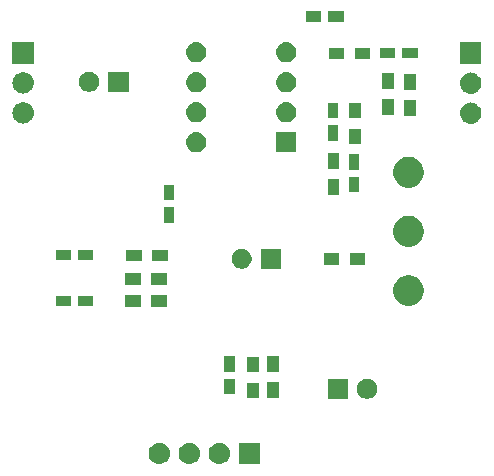
<source format=gbr>
G04 #@! TF.GenerationSoftware,KiCad,Pcbnew,(5.0.1-3-g963ef8bb5)*
G04 #@! TF.CreationDate,2018-12-13T09:38:25+09:00*
G04 #@! TF.ProjectId,guitarif,67756974617269662E6B696361645F70,rev?*
G04 #@! TF.SameCoordinates,Original*
G04 #@! TF.FileFunction,Soldermask,Top*
G04 #@! TF.FilePolarity,Negative*
%FSLAX46Y46*%
G04 Gerber Fmt 4.6, Leading zero omitted, Abs format (unit mm)*
G04 Created by KiCad (PCBNEW (5.0.1-3-g963ef8bb5)) date 2018 December 13, Thursday 09:38:25*
%MOMM*%
%LPD*%
G01*
G04 APERTURE LIST*
%ADD10C,0.100000*%
G04 APERTURE END LIST*
D10*
G36*
X187401000Y-95291000D02*
X185599000Y-95291000D01*
X185599000Y-93489000D01*
X187401000Y-93489000D01*
X187401000Y-95291000D01*
X187401000Y-95291000D01*
G37*
G36*
X184070443Y-93495519D02*
X184136627Y-93502037D01*
X184249853Y-93536384D01*
X184306467Y-93553557D01*
X184445087Y-93627652D01*
X184462991Y-93637222D01*
X184498729Y-93666552D01*
X184600186Y-93749814D01*
X184683448Y-93851271D01*
X184712778Y-93887009D01*
X184712779Y-93887011D01*
X184796443Y-94043533D01*
X184796443Y-94043534D01*
X184847963Y-94213373D01*
X184865359Y-94390000D01*
X184847963Y-94566627D01*
X184813616Y-94679853D01*
X184796443Y-94736467D01*
X184722348Y-94875087D01*
X184712778Y-94892991D01*
X184683448Y-94928729D01*
X184600186Y-95030186D01*
X184498729Y-95113448D01*
X184462991Y-95142778D01*
X184462989Y-95142779D01*
X184306467Y-95226443D01*
X184249853Y-95243616D01*
X184136627Y-95277963D01*
X184070442Y-95284482D01*
X184004260Y-95291000D01*
X183915740Y-95291000D01*
X183849558Y-95284482D01*
X183783373Y-95277963D01*
X183670147Y-95243616D01*
X183613533Y-95226443D01*
X183457011Y-95142779D01*
X183457009Y-95142778D01*
X183421271Y-95113448D01*
X183319814Y-95030186D01*
X183236552Y-94928729D01*
X183207222Y-94892991D01*
X183197652Y-94875087D01*
X183123557Y-94736467D01*
X183106384Y-94679853D01*
X183072037Y-94566627D01*
X183054641Y-94390000D01*
X183072037Y-94213373D01*
X183123557Y-94043534D01*
X183123557Y-94043533D01*
X183207221Y-93887011D01*
X183207222Y-93887009D01*
X183236552Y-93851271D01*
X183319814Y-93749814D01*
X183421271Y-93666552D01*
X183457009Y-93637222D01*
X183474913Y-93627652D01*
X183613533Y-93553557D01*
X183670147Y-93536384D01*
X183783373Y-93502037D01*
X183849557Y-93495519D01*
X183915740Y-93489000D01*
X184004260Y-93489000D01*
X184070443Y-93495519D01*
X184070443Y-93495519D01*
G37*
G36*
X181530443Y-93495519D02*
X181596627Y-93502037D01*
X181709853Y-93536384D01*
X181766467Y-93553557D01*
X181905087Y-93627652D01*
X181922991Y-93637222D01*
X181958729Y-93666552D01*
X182060186Y-93749814D01*
X182143448Y-93851271D01*
X182172778Y-93887009D01*
X182172779Y-93887011D01*
X182256443Y-94043533D01*
X182256443Y-94043534D01*
X182307963Y-94213373D01*
X182325359Y-94390000D01*
X182307963Y-94566627D01*
X182273616Y-94679853D01*
X182256443Y-94736467D01*
X182182348Y-94875087D01*
X182172778Y-94892991D01*
X182143448Y-94928729D01*
X182060186Y-95030186D01*
X181958729Y-95113448D01*
X181922991Y-95142778D01*
X181922989Y-95142779D01*
X181766467Y-95226443D01*
X181709853Y-95243616D01*
X181596627Y-95277963D01*
X181530442Y-95284482D01*
X181464260Y-95291000D01*
X181375740Y-95291000D01*
X181309558Y-95284482D01*
X181243373Y-95277963D01*
X181130147Y-95243616D01*
X181073533Y-95226443D01*
X180917011Y-95142779D01*
X180917009Y-95142778D01*
X180881271Y-95113448D01*
X180779814Y-95030186D01*
X180696552Y-94928729D01*
X180667222Y-94892991D01*
X180657652Y-94875087D01*
X180583557Y-94736467D01*
X180566384Y-94679853D01*
X180532037Y-94566627D01*
X180514641Y-94390000D01*
X180532037Y-94213373D01*
X180583557Y-94043534D01*
X180583557Y-94043533D01*
X180667221Y-93887011D01*
X180667222Y-93887009D01*
X180696552Y-93851271D01*
X180779814Y-93749814D01*
X180881271Y-93666552D01*
X180917009Y-93637222D01*
X180934913Y-93627652D01*
X181073533Y-93553557D01*
X181130147Y-93536384D01*
X181243373Y-93502037D01*
X181309557Y-93495519D01*
X181375740Y-93489000D01*
X181464260Y-93489000D01*
X181530443Y-93495519D01*
X181530443Y-93495519D01*
G37*
G36*
X178990443Y-93495519D02*
X179056627Y-93502037D01*
X179169853Y-93536384D01*
X179226467Y-93553557D01*
X179365087Y-93627652D01*
X179382991Y-93637222D01*
X179418729Y-93666552D01*
X179520186Y-93749814D01*
X179603448Y-93851271D01*
X179632778Y-93887009D01*
X179632779Y-93887011D01*
X179716443Y-94043533D01*
X179716443Y-94043534D01*
X179767963Y-94213373D01*
X179785359Y-94390000D01*
X179767963Y-94566627D01*
X179733616Y-94679853D01*
X179716443Y-94736467D01*
X179642348Y-94875087D01*
X179632778Y-94892991D01*
X179603448Y-94928729D01*
X179520186Y-95030186D01*
X179418729Y-95113448D01*
X179382991Y-95142778D01*
X179382989Y-95142779D01*
X179226467Y-95226443D01*
X179169853Y-95243616D01*
X179056627Y-95277963D01*
X178990442Y-95284482D01*
X178924260Y-95291000D01*
X178835740Y-95291000D01*
X178769558Y-95284482D01*
X178703373Y-95277963D01*
X178590147Y-95243616D01*
X178533533Y-95226443D01*
X178377011Y-95142779D01*
X178377009Y-95142778D01*
X178341271Y-95113448D01*
X178239814Y-95030186D01*
X178156552Y-94928729D01*
X178127222Y-94892991D01*
X178117652Y-94875087D01*
X178043557Y-94736467D01*
X178026384Y-94679853D01*
X177992037Y-94566627D01*
X177974641Y-94390000D01*
X177992037Y-94213373D01*
X178043557Y-94043534D01*
X178043557Y-94043533D01*
X178127221Y-93887011D01*
X178127222Y-93887009D01*
X178156552Y-93851271D01*
X178239814Y-93749814D01*
X178341271Y-93666552D01*
X178377009Y-93637222D01*
X178394913Y-93627652D01*
X178533533Y-93553557D01*
X178590147Y-93536384D01*
X178703373Y-93502037D01*
X178769557Y-93495519D01*
X178835740Y-93489000D01*
X178924260Y-93489000D01*
X178990443Y-93495519D01*
X178990443Y-93495519D01*
G37*
G36*
X196718228Y-88101703D02*
X196873100Y-88165853D01*
X197012481Y-88258985D01*
X197131015Y-88377519D01*
X197224147Y-88516900D01*
X197288297Y-88671772D01*
X197321000Y-88836184D01*
X197321000Y-89003816D01*
X197288297Y-89168228D01*
X197224147Y-89323100D01*
X197131015Y-89462481D01*
X197012481Y-89581015D01*
X196873100Y-89674147D01*
X196718228Y-89738297D01*
X196553816Y-89771000D01*
X196386184Y-89771000D01*
X196221772Y-89738297D01*
X196066900Y-89674147D01*
X195927519Y-89581015D01*
X195808985Y-89462481D01*
X195715853Y-89323100D01*
X195651703Y-89168228D01*
X195619000Y-89003816D01*
X195619000Y-88836184D01*
X195651703Y-88671772D01*
X195715853Y-88516900D01*
X195808985Y-88377519D01*
X195927519Y-88258985D01*
X196066900Y-88165853D01*
X196221772Y-88101703D01*
X196386184Y-88069000D01*
X196553816Y-88069000D01*
X196718228Y-88101703D01*
X196718228Y-88101703D01*
G37*
G36*
X194821000Y-89771000D02*
X193119000Y-89771000D01*
X193119000Y-88069000D01*
X194821000Y-88069000D01*
X194821000Y-89771000D01*
X194821000Y-89771000D01*
G37*
G36*
X187301000Y-89721000D02*
X186299000Y-89721000D01*
X186299000Y-88419000D01*
X187301000Y-88419000D01*
X187301000Y-89721000D01*
X187301000Y-89721000D01*
G37*
G36*
X188981000Y-89671000D02*
X187979000Y-89671000D01*
X187979000Y-88369000D01*
X188981000Y-88369000D01*
X188981000Y-89671000D01*
X188981000Y-89671000D01*
G37*
G36*
X185246000Y-89361000D02*
X184394000Y-89361000D01*
X184394000Y-88059000D01*
X185246000Y-88059000D01*
X185246000Y-89361000D01*
X185246000Y-89361000D01*
G37*
G36*
X187301000Y-87521000D02*
X186299000Y-87521000D01*
X186299000Y-86219000D01*
X187301000Y-86219000D01*
X187301000Y-87521000D01*
X187301000Y-87521000D01*
G37*
G36*
X188981000Y-87471000D02*
X187979000Y-87471000D01*
X187979000Y-86169000D01*
X188981000Y-86169000D01*
X188981000Y-87471000D01*
X188981000Y-87471000D01*
G37*
G36*
X185246000Y-87461000D02*
X184394000Y-87461000D01*
X184394000Y-86159000D01*
X185246000Y-86159000D01*
X185246000Y-87461000D01*
X185246000Y-87461000D01*
G37*
G36*
X179511000Y-81971000D02*
X178209000Y-81971000D01*
X178209000Y-80969000D01*
X179511000Y-80969000D01*
X179511000Y-81971000D01*
X179511000Y-81971000D01*
G37*
G36*
X177311000Y-81971000D02*
X176009000Y-81971000D01*
X176009000Y-80969000D01*
X177311000Y-80969000D01*
X177311000Y-81971000D01*
X177311000Y-81971000D01*
G37*
G36*
X200359485Y-79328996D02*
X200359487Y-79328997D01*
X200359488Y-79328997D01*
X200596255Y-79427069D01*
X200809342Y-79569449D01*
X200990551Y-79750658D01*
X201132931Y-79963745D01*
X201231004Y-80200515D01*
X201281000Y-80451861D01*
X201281000Y-80708139D01*
X201231004Y-80959485D01*
X201132931Y-81196255D01*
X200990551Y-81409342D01*
X200809342Y-81590551D01*
X200809339Y-81590553D01*
X200596255Y-81732931D01*
X200359488Y-81831003D01*
X200359487Y-81831003D01*
X200359485Y-81831004D01*
X200108139Y-81881000D01*
X199851861Y-81881000D01*
X199600515Y-81831004D01*
X199600513Y-81831003D01*
X199600512Y-81831003D01*
X199363745Y-81732931D01*
X199150661Y-81590553D01*
X199150658Y-81590551D01*
X198969449Y-81409342D01*
X198827069Y-81196255D01*
X198728996Y-80959485D01*
X198679000Y-80708139D01*
X198679000Y-80451861D01*
X198728996Y-80200515D01*
X198827069Y-79963745D01*
X198969449Y-79750658D01*
X199150658Y-79569449D01*
X199363745Y-79427069D01*
X199600512Y-79328997D01*
X199600513Y-79328997D01*
X199600515Y-79328996D01*
X199851861Y-79279000D01*
X200108139Y-79279000D01*
X200359485Y-79328996D01*
X200359485Y-79328996D01*
G37*
G36*
X173301000Y-81876000D02*
X171999000Y-81876000D01*
X171999000Y-81024000D01*
X173301000Y-81024000D01*
X173301000Y-81876000D01*
X173301000Y-81876000D01*
G37*
G36*
X171401000Y-81876000D02*
X170099000Y-81876000D01*
X170099000Y-81024000D01*
X171401000Y-81024000D01*
X171401000Y-81876000D01*
X171401000Y-81876000D01*
G37*
G36*
X179511000Y-80091000D02*
X178209000Y-80091000D01*
X178209000Y-79089000D01*
X179511000Y-79089000D01*
X179511000Y-80091000D01*
X179511000Y-80091000D01*
G37*
G36*
X177311000Y-80091000D02*
X176009000Y-80091000D01*
X176009000Y-79089000D01*
X177311000Y-79089000D01*
X177311000Y-80091000D01*
X177311000Y-80091000D01*
G37*
G36*
X186088228Y-77081703D02*
X186243100Y-77145853D01*
X186382481Y-77238985D01*
X186501015Y-77357519D01*
X186594147Y-77496900D01*
X186658297Y-77651772D01*
X186691000Y-77816184D01*
X186691000Y-77983816D01*
X186658297Y-78148228D01*
X186594147Y-78303100D01*
X186501015Y-78442481D01*
X186382481Y-78561015D01*
X186243100Y-78654147D01*
X186088228Y-78718297D01*
X185923816Y-78751000D01*
X185756184Y-78751000D01*
X185591772Y-78718297D01*
X185436900Y-78654147D01*
X185297519Y-78561015D01*
X185178985Y-78442481D01*
X185085853Y-78303100D01*
X185021703Y-78148228D01*
X184989000Y-77983816D01*
X184989000Y-77816184D01*
X185021703Y-77651772D01*
X185085853Y-77496900D01*
X185178985Y-77357519D01*
X185297519Y-77238985D01*
X185436900Y-77145853D01*
X185591772Y-77081703D01*
X185756184Y-77049000D01*
X185923816Y-77049000D01*
X186088228Y-77081703D01*
X186088228Y-77081703D01*
G37*
G36*
X189191000Y-78751000D02*
X187489000Y-78751000D01*
X187489000Y-77049000D01*
X189191000Y-77049000D01*
X189191000Y-78751000D01*
X189191000Y-78751000D01*
G37*
G36*
X194131000Y-78431000D02*
X192829000Y-78431000D01*
X192829000Y-77429000D01*
X194131000Y-77429000D01*
X194131000Y-78431000D01*
X194131000Y-78431000D01*
G37*
G36*
X196331000Y-78431000D02*
X195029000Y-78431000D01*
X195029000Y-77429000D01*
X196331000Y-77429000D01*
X196331000Y-78431000D01*
X196331000Y-78431000D01*
G37*
G36*
X177371000Y-78141000D02*
X176069000Y-78141000D01*
X176069000Y-77139000D01*
X177371000Y-77139000D01*
X177371000Y-78141000D01*
X177371000Y-78141000D01*
G37*
G36*
X179571000Y-78141000D02*
X178269000Y-78141000D01*
X178269000Y-77139000D01*
X179571000Y-77139000D01*
X179571000Y-78141000D01*
X179571000Y-78141000D01*
G37*
G36*
X171401000Y-78056000D02*
X170099000Y-78056000D01*
X170099000Y-77204000D01*
X171401000Y-77204000D01*
X171401000Y-78056000D01*
X171401000Y-78056000D01*
G37*
G36*
X173301000Y-78056000D02*
X171999000Y-78056000D01*
X171999000Y-77204000D01*
X173301000Y-77204000D01*
X173301000Y-78056000D01*
X173301000Y-78056000D01*
G37*
G36*
X200359485Y-74328996D02*
X200359487Y-74328997D01*
X200359488Y-74328997D01*
X200596255Y-74427069D01*
X200809342Y-74569449D01*
X200990551Y-74750658D01*
X201132931Y-74963745D01*
X201231004Y-75200515D01*
X201281000Y-75451861D01*
X201281000Y-75708139D01*
X201231004Y-75959485D01*
X201132931Y-76196255D01*
X200990551Y-76409342D01*
X200809342Y-76590551D01*
X200809339Y-76590553D01*
X200596255Y-76732931D01*
X200359488Y-76831003D01*
X200359487Y-76831003D01*
X200359485Y-76831004D01*
X200108139Y-76881000D01*
X199851861Y-76881000D01*
X199600515Y-76831004D01*
X199600513Y-76831003D01*
X199600512Y-76831003D01*
X199363745Y-76732931D01*
X199150661Y-76590553D01*
X199150658Y-76590551D01*
X198969449Y-76409342D01*
X198827069Y-76196255D01*
X198728996Y-75959485D01*
X198679000Y-75708139D01*
X198679000Y-75451861D01*
X198728996Y-75200515D01*
X198827069Y-74963745D01*
X198969449Y-74750658D01*
X199150658Y-74569449D01*
X199363745Y-74427069D01*
X199600512Y-74328997D01*
X199600513Y-74328997D01*
X199600515Y-74328996D01*
X199851861Y-74279000D01*
X200108139Y-74279000D01*
X200359485Y-74328996D01*
X200359485Y-74328996D01*
G37*
G36*
X180116000Y-74871000D02*
X179264000Y-74871000D01*
X179264000Y-73569000D01*
X180116000Y-73569000D01*
X180116000Y-74871000D01*
X180116000Y-74871000D01*
G37*
G36*
X180116000Y-72971000D02*
X179264000Y-72971000D01*
X179264000Y-71669000D01*
X180116000Y-71669000D01*
X180116000Y-72971000D01*
X180116000Y-72971000D01*
G37*
G36*
X194121000Y-72471000D02*
X193119000Y-72471000D01*
X193119000Y-71169000D01*
X194121000Y-71169000D01*
X194121000Y-72471000D01*
X194121000Y-72471000D01*
G37*
G36*
X195816000Y-72271000D02*
X194964000Y-72271000D01*
X194964000Y-70969000D01*
X195816000Y-70969000D01*
X195816000Y-72271000D01*
X195816000Y-72271000D01*
G37*
G36*
X200359485Y-69328996D02*
X200359487Y-69328997D01*
X200359488Y-69328997D01*
X200596255Y-69427069D01*
X200809342Y-69569449D01*
X200990551Y-69750658D01*
X201132931Y-69963745D01*
X201231004Y-70200515D01*
X201281000Y-70451861D01*
X201281000Y-70708139D01*
X201231004Y-70959485D01*
X201132931Y-71196255D01*
X200990551Y-71409342D01*
X200809342Y-71590551D01*
X200809339Y-71590553D01*
X200596255Y-71732931D01*
X200359488Y-71831003D01*
X200359487Y-71831003D01*
X200359485Y-71831004D01*
X200108139Y-71881000D01*
X199851861Y-71881000D01*
X199600515Y-71831004D01*
X199600513Y-71831003D01*
X199600512Y-71831003D01*
X199363745Y-71732931D01*
X199150661Y-71590553D01*
X199150658Y-71590551D01*
X198969449Y-71409342D01*
X198827069Y-71196255D01*
X198728996Y-70959485D01*
X198679000Y-70708139D01*
X198679000Y-70451861D01*
X198728996Y-70200515D01*
X198827069Y-69963745D01*
X198969449Y-69750658D01*
X199150658Y-69569449D01*
X199363745Y-69427069D01*
X199600512Y-69328997D01*
X199600513Y-69328997D01*
X199600515Y-69328996D01*
X199851861Y-69279000D01*
X200108139Y-69279000D01*
X200359485Y-69328996D01*
X200359485Y-69328996D01*
G37*
G36*
X195816000Y-70371000D02*
X194964000Y-70371000D01*
X194964000Y-69069000D01*
X195816000Y-69069000D01*
X195816000Y-70371000D01*
X195816000Y-70371000D01*
G37*
G36*
X194121000Y-70271000D02*
X193119000Y-70271000D01*
X193119000Y-68969000D01*
X194121000Y-68969000D01*
X194121000Y-70271000D01*
X194121000Y-70271000D01*
G37*
G36*
X190481000Y-68891000D02*
X188779000Y-68891000D01*
X188779000Y-67189000D01*
X190481000Y-67189000D01*
X190481000Y-68891000D01*
X190481000Y-68891000D01*
G37*
G36*
X182176821Y-67201313D02*
X182176824Y-67201314D01*
X182176825Y-67201314D01*
X182337239Y-67249975D01*
X182337241Y-67249976D01*
X182337244Y-67249977D01*
X182485078Y-67328995D01*
X182614659Y-67435341D01*
X182721005Y-67564922D01*
X182800023Y-67712756D01*
X182848687Y-67873179D01*
X182865117Y-68040000D01*
X182848687Y-68206821D01*
X182800023Y-68367244D01*
X182721005Y-68515078D01*
X182614659Y-68644659D01*
X182485078Y-68751005D01*
X182337244Y-68830023D01*
X182337241Y-68830024D01*
X182337239Y-68830025D01*
X182176825Y-68878686D01*
X182176824Y-68878686D01*
X182176821Y-68878687D01*
X182051804Y-68891000D01*
X181968196Y-68891000D01*
X181843179Y-68878687D01*
X181843176Y-68878686D01*
X181843175Y-68878686D01*
X181682761Y-68830025D01*
X181682759Y-68830024D01*
X181682756Y-68830023D01*
X181534922Y-68751005D01*
X181405341Y-68644659D01*
X181298995Y-68515078D01*
X181219977Y-68367244D01*
X181171313Y-68206821D01*
X181154883Y-68040000D01*
X181171313Y-67873179D01*
X181219977Y-67712756D01*
X181298995Y-67564922D01*
X181405341Y-67435341D01*
X181534922Y-67328995D01*
X181682756Y-67249977D01*
X181682759Y-67249976D01*
X181682761Y-67249975D01*
X181843175Y-67201314D01*
X181843176Y-67201314D01*
X181843179Y-67201313D01*
X181968196Y-67189000D01*
X182051804Y-67189000D01*
X182176821Y-67201313D01*
X182176821Y-67201313D01*
G37*
G36*
X195941000Y-68201000D02*
X194939000Y-68201000D01*
X194939000Y-66899000D01*
X195941000Y-66899000D01*
X195941000Y-68201000D01*
X195941000Y-68201000D01*
G37*
G36*
X194046000Y-67901000D02*
X193194000Y-67901000D01*
X193194000Y-66599000D01*
X194046000Y-66599000D01*
X194046000Y-67901000D01*
X194046000Y-67901000D01*
G37*
G36*
X205360443Y-64685519D02*
X205426627Y-64692037D01*
X205530535Y-64723557D01*
X205596467Y-64743557D01*
X205681474Y-64788995D01*
X205752991Y-64827222D01*
X205788729Y-64856552D01*
X205890186Y-64939814D01*
X205960031Y-65024922D01*
X206002778Y-65077009D01*
X206002779Y-65077011D01*
X206086443Y-65233533D01*
X206086443Y-65233534D01*
X206137963Y-65403373D01*
X206155359Y-65580000D01*
X206137963Y-65756627D01*
X206103616Y-65869853D01*
X206086443Y-65926467D01*
X206013469Y-66062989D01*
X206002778Y-66082991D01*
X205984995Y-66104659D01*
X205890186Y-66220186D01*
X205788729Y-66303448D01*
X205752991Y-66332778D01*
X205752989Y-66332779D01*
X205596467Y-66416443D01*
X205539853Y-66433616D01*
X205426627Y-66467963D01*
X205360443Y-66474481D01*
X205294260Y-66481000D01*
X205205740Y-66481000D01*
X205139557Y-66474481D01*
X205073373Y-66467963D01*
X204960147Y-66433616D01*
X204903533Y-66416443D01*
X204747011Y-66332779D01*
X204747009Y-66332778D01*
X204711271Y-66303448D01*
X204609814Y-66220186D01*
X204515005Y-66104659D01*
X204497222Y-66082991D01*
X204486531Y-66062989D01*
X204413557Y-65926467D01*
X204396384Y-65869853D01*
X204362037Y-65756627D01*
X204344641Y-65580000D01*
X204362037Y-65403373D01*
X204413557Y-65233534D01*
X204413557Y-65233533D01*
X204497221Y-65077011D01*
X204497222Y-65077009D01*
X204539969Y-65024922D01*
X204609814Y-64939814D01*
X204711271Y-64856552D01*
X204747009Y-64827222D01*
X204818526Y-64788995D01*
X204903533Y-64743557D01*
X204969465Y-64723557D01*
X205073373Y-64692037D01*
X205139557Y-64685519D01*
X205205740Y-64679000D01*
X205294260Y-64679000D01*
X205360443Y-64685519D01*
X205360443Y-64685519D01*
G37*
G36*
X167450443Y-64665519D02*
X167516627Y-64672037D01*
X167605512Y-64699000D01*
X167686467Y-64723557D01*
X167808891Y-64788995D01*
X167842991Y-64807222D01*
X167867361Y-64827222D01*
X167980186Y-64919814D01*
X168063448Y-65021271D01*
X168092778Y-65057009D01*
X168092779Y-65057011D01*
X168176443Y-65213533D01*
X168176443Y-65213534D01*
X168227963Y-65383373D01*
X168245359Y-65560000D01*
X168227963Y-65736627D01*
X168200476Y-65827239D01*
X168176443Y-65906467D01*
X168139769Y-65975078D01*
X168092778Y-66062991D01*
X168076366Y-66082989D01*
X167980186Y-66200186D01*
X167878729Y-66283448D01*
X167842991Y-66312778D01*
X167842989Y-66312779D01*
X167686467Y-66396443D01*
X167629853Y-66413616D01*
X167516627Y-66447963D01*
X167450443Y-66454481D01*
X167384260Y-66461000D01*
X167295740Y-66461000D01*
X167229557Y-66454481D01*
X167163373Y-66447963D01*
X167050147Y-66413616D01*
X166993533Y-66396443D01*
X166837011Y-66312779D01*
X166837009Y-66312778D01*
X166801271Y-66283448D01*
X166699814Y-66200186D01*
X166603634Y-66082989D01*
X166587222Y-66062991D01*
X166540231Y-65975078D01*
X166503557Y-65906467D01*
X166479524Y-65827239D01*
X166452037Y-65736627D01*
X166434641Y-65560000D01*
X166452037Y-65383373D01*
X166503557Y-65213534D01*
X166503557Y-65213533D01*
X166587221Y-65057011D01*
X166587222Y-65057009D01*
X166616552Y-65021271D01*
X166699814Y-64919814D01*
X166812639Y-64827222D01*
X166837009Y-64807222D01*
X166871109Y-64788995D01*
X166993533Y-64723557D01*
X167074488Y-64699000D01*
X167163373Y-64672037D01*
X167229557Y-64665519D01*
X167295740Y-64659000D01*
X167384260Y-64659000D01*
X167450443Y-64665519D01*
X167450443Y-64665519D01*
G37*
G36*
X189796821Y-64661313D02*
X189796824Y-64661314D01*
X189796825Y-64661314D01*
X189957239Y-64709975D01*
X189957241Y-64709976D01*
X189957244Y-64709977D01*
X190105078Y-64788995D01*
X190234659Y-64895341D01*
X190341005Y-65024922D01*
X190420023Y-65172756D01*
X190468687Y-65333179D01*
X190485117Y-65500000D01*
X190468687Y-65666821D01*
X190468686Y-65666824D01*
X190468686Y-65666825D01*
X190447512Y-65736627D01*
X190420023Y-65827244D01*
X190341005Y-65975078D01*
X190234659Y-66104659D01*
X190105078Y-66211005D01*
X189957244Y-66290023D01*
X189957241Y-66290024D01*
X189957239Y-66290025D01*
X189796825Y-66338686D01*
X189796824Y-66338686D01*
X189796821Y-66338687D01*
X189671804Y-66351000D01*
X189588196Y-66351000D01*
X189463179Y-66338687D01*
X189463176Y-66338686D01*
X189463175Y-66338686D01*
X189302761Y-66290025D01*
X189302759Y-66290024D01*
X189302756Y-66290023D01*
X189154922Y-66211005D01*
X189025341Y-66104659D01*
X188918995Y-65975078D01*
X188839977Y-65827244D01*
X188812489Y-65736627D01*
X188791314Y-65666825D01*
X188791314Y-65666824D01*
X188791313Y-65666821D01*
X188774883Y-65500000D01*
X188791313Y-65333179D01*
X188839977Y-65172756D01*
X188918995Y-65024922D01*
X189025341Y-64895341D01*
X189154922Y-64788995D01*
X189302756Y-64709977D01*
X189302759Y-64709976D01*
X189302761Y-64709975D01*
X189463175Y-64661314D01*
X189463176Y-64661314D01*
X189463179Y-64661313D01*
X189588196Y-64649000D01*
X189671804Y-64649000D01*
X189796821Y-64661313D01*
X189796821Y-64661313D01*
G37*
G36*
X182176821Y-64661313D02*
X182176824Y-64661314D01*
X182176825Y-64661314D01*
X182337239Y-64709975D01*
X182337241Y-64709976D01*
X182337244Y-64709977D01*
X182485078Y-64788995D01*
X182614659Y-64895341D01*
X182721005Y-65024922D01*
X182800023Y-65172756D01*
X182848687Y-65333179D01*
X182865117Y-65500000D01*
X182848687Y-65666821D01*
X182848686Y-65666824D01*
X182848686Y-65666825D01*
X182827512Y-65736627D01*
X182800023Y-65827244D01*
X182721005Y-65975078D01*
X182614659Y-66104659D01*
X182485078Y-66211005D01*
X182337244Y-66290023D01*
X182337241Y-66290024D01*
X182337239Y-66290025D01*
X182176825Y-66338686D01*
X182176824Y-66338686D01*
X182176821Y-66338687D01*
X182051804Y-66351000D01*
X181968196Y-66351000D01*
X181843179Y-66338687D01*
X181843176Y-66338686D01*
X181843175Y-66338686D01*
X181682761Y-66290025D01*
X181682759Y-66290024D01*
X181682756Y-66290023D01*
X181534922Y-66211005D01*
X181405341Y-66104659D01*
X181298995Y-65975078D01*
X181219977Y-65827244D01*
X181192489Y-65736627D01*
X181171314Y-65666825D01*
X181171314Y-65666824D01*
X181171313Y-65666821D01*
X181154883Y-65500000D01*
X181171313Y-65333179D01*
X181219977Y-65172756D01*
X181298995Y-65024922D01*
X181405341Y-64895341D01*
X181534922Y-64788995D01*
X181682756Y-64709977D01*
X181682759Y-64709976D01*
X181682761Y-64709975D01*
X181843175Y-64661314D01*
X181843176Y-64661314D01*
X181843179Y-64661313D01*
X181968196Y-64649000D01*
X182051804Y-64649000D01*
X182176821Y-64661313D01*
X182176821Y-64661313D01*
G37*
G36*
X194046000Y-66001000D02*
X193194000Y-66001000D01*
X193194000Y-64699000D01*
X194046000Y-64699000D01*
X194046000Y-66001000D01*
X194046000Y-66001000D01*
G37*
G36*
X195941000Y-66001000D02*
X194939000Y-66001000D01*
X194939000Y-64699000D01*
X195941000Y-64699000D01*
X195941000Y-66001000D01*
X195941000Y-66001000D01*
G37*
G36*
X200601000Y-65781000D02*
X199599000Y-65781000D01*
X199599000Y-64479000D01*
X200601000Y-64479000D01*
X200601000Y-65781000D01*
X200601000Y-65781000D01*
G37*
G36*
X198751000Y-65711000D02*
X197749000Y-65711000D01*
X197749000Y-64409000D01*
X198751000Y-64409000D01*
X198751000Y-65711000D01*
X198751000Y-65711000D01*
G37*
G36*
X205360442Y-62145518D02*
X205426627Y-62152037D01*
X205530535Y-62183557D01*
X205596467Y-62203557D01*
X205681474Y-62248995D01*
X205752991Y-62287222D01*
X205788729Y-62316552D01*
X205890186Y-62399814D01*
X205960031Y-62484922D01*
X206002778Y-62537009D01*
X206002779Y-62537011D01*
X206086443Y-62693533D01*
X206086443Y-62693534D01*
X206137963Y-62863373D01*
X206155359Y-63040000D01*
X206137963Y-63216627D01*
X206105665Y-63323100D01*
X206086443Y-63386467D01*
X206060459Y-63435078D01*
X206002778Y-63542991D01*
X205984995Y-63564659D01*
X205890186Y-63680186D01*
X205788729Y-63763448D01*
X205752991Y-63792778D01*
X205752989Y-63792779D01*
X205596467Y-63876443D01*
X205539853Y-63893616D01*
X205426627Y-63927963D01*
X205360442Y-63934482D01*
X205294260Y-63941000D01*
X205205740Y-63941000D01*
X205139558Y-63934482D01*
X205073373Y-63927963D01*
X204960147Y-63893616D01*
X204903533Y-63876443D01*
X204747011Y-63792779D01*
X204747009Y-63792778D01*
X204711271Y-63763448D01*
X204609814Y-63680186D01*
X204515005Y-63564659D01*
X204497222Y-63542991D01*
X204439541Y-63435078D01*
X204413557Y-63386467D01*
X204394335Y-63323100D01*
X204362037Y-63216627D01*
X204344641Y-63040000D01*
X204362037Y-62863373D01*
X204413557Y-62693534D01*
X204413557Y-62693533D01*
X204497221Y-62537011D01*
X204497222Y-62537009D01*
X204539969Y-62484922D01*
X204609814Y-62399814D01*
X204711271Y-62316552D01*
X204747009Y-62287222D01*
X204818526Y-62248995D01*
X204903533Y-62203557D01*
X204969465Y-62183557D01*
X205073373Y-62152037D01*
X205139558Y-62145518D01*
X205205740Y-62139000D01*
X205294260Y-62139000D01*
X205360442Y-62145518D01*
X205360442Y-62145518D01*
G37*
G36*
X167450443Y-62125519D02*
X167516627Y-62132037D01*
X167628104Y-62165853D01*
X167686467Y-62183557D01*
X167808891Y-62248995D01*
X167842991Y-62267222D01*
X167867361Y-62287222D01*
X167980186Y-62379814D01*
X168063448Y-62481271D01*
X168092778Y-62517009D01*
X168092779Y-62517011D01*
X168176443Y-62673533D01*
X168176443Y-62673534D01*
X168227963Y-62843373D01*
X168245359Y-63020000D01*
X168227963Y-63196627D01*
X168221896Y-63216627D01*
X168176443Y-63366467D01*
X168139769Y-63435078D01*
X168092778Y-63522991D01*
X168076366Y-63542989D01*
X167980186Y-63660186D01*
X167885007Y-63738296D01*
X167842991Y-63772778D01*
X167842989Y-63772779D01*
X167686467Y-63856443D01*
X167629853Y-63873616D01*
X167516627Y-63907963D01*
X167450442Y-63914482D01*
X167384260Y-63921000D01*
X167295740Y-63921000D01*
X167229558Y-63914482D01*
X167163373Y-63907963D01*
X167050147Y-63873616D01*
X166993533Y-63856443D01*
X166837011Y-63772779D01*
X166837009Y-63772778D01*
X166794993Y-63738296D01*
X166699814Y-63660186D01*
X166603634Y-63542989D01*
X166587222Y-63522991D01*
X166540231Y-63435078D01*
X166503557Y-63366467D01*
X166458104Y-63216627D01*
X166452037Y-63196627D01*
X166434641Y-63020000D01*
X166452037Y-62843373D01*
X166503557Y-62673534D01*
X166503557Y-62673533D01*
X166587221Y-62517011D01*
X166587222Y-62517009D01*
X166616552Y-62481271D01*
X166699814Y-62379814D01*
X166812639Y-62287222D01*
X166837009Y-62267222D01*
X166871109Y-62248995D01*
X166993533Y-62183557D01*
X167051896Y-62165853D01*
X167163373Y-62132037D01*
X167229557Y-62125519D01*
X167295740Y-62119000D01*
X167384260Y-62119000D01*
X167450443Y-62125519D01*
X167450443Y-62125519D01*
G37*
G36*
X182176821Y-62121313D02*
X182176824Y-62121314D01*
X182176825Y-62121314D01*
X182337239Y-62169975D01*
X182337241Y-62169976D01*
X182337244Y-62169977D01*
X182485078Y-62248995D01*
X182614659Y-62355341D01*
X182721005Y-62484922D01*
X182800023Y-62632756D01*
X182800024Y-62632759D01*
X182800025Y-62632761D01*
X182812393Y-62673533D01*
X182848687Y-62793179D01*
X182865117Y-62960000D01*
X182848687Y-63126821D01*
X182848686Y-63126824D01*
X182848686Y-63126825D01*
X182827512Y-63196627D01*
X182800023Y-63287244D01*
X182721005Y-63435078D01*
X182614659Y-63564659D01*
X182485078Y-63671005D01*
X182337244Y-63750023D01*
X182337241Y-63750024D01*
X182337239Y-63750025D01*
X182176825Y-63798686D01*
X182176824Y-63798686D01*
X182176821Y-63798687D01*
X182051804Y-63811000D01*
X181968196Y-63811000D01*
X181843179Y-63798687D01*
X181843176Y-63798686D01*
X181843175Y-63798686D01*
X181682761Y-63750025D01*
X181682759Y-63750024D01*
X181682756Y-63750023D01*
X181534922Y-63671005D01*
X181405341Y-63564659D01*
X181298995Y-63435078D01*
X181219977Y-63287244D01*
X181192489Y-63196627D01*
X181171314Y-63126825D01*
X181171314Y-63126824D01*
X181171313Y-63126821D01*
X181154883Y-62960000D01*
X181171313Y-62793179D01*
X181207607Y-62673533D01*
X181219975Y-62632761D01*
X181219976Y-62632759D01*
X181219977Y-62632756D01*
X181298995Y-62484922D01*
X181405341Y-62355341D01*
X181534922Y-62248995D01*
X181682756Y-62169977D01*
X181682759Y-62169976D01*
X181682761Y-62169975D01*
X181843175Y-62121314D01*
X181843176Y-62121314D01*
X181843179Y-62121313D01*
X181968196Y-62109000D01*
X182051804Y-62109000D01*
X182176821Y-62121313D01*
X182176821Y-62121313D01*
G37*
G36*
X189796821Y-62121313D02*
X189796824Y-62121314D01*
X189796825Y-62121314D01*
X189957239Y-62169975D01*
X189957241Y-62169976D01*
X189957244Y-62169977D01*
X190105078Y-62248995D01*
X190234659Y-62355341D01*
X190341005Y-62484922D01*
X190420023Y-62632756D01*
X190420024Y-62632759D01*
X190420025Y-62632761D01*
X190432393Y-62673533D01*
X190468687Y-62793179D01*
X190485117Y-62960000D01*
X190468687Y-63126821D01*
X190468686Y-63126824D01*
X190468686Y-63126825D01*
X190447512Y-63196627D01*
X190420023Y-63287244D01*
X190341005Y-63435078D01*
X190234659Y-63564659D01*
X190105078Y-63671005D01*
X189957244Y-63750023D01*
X189957241Y-63750024D01*
X189957239Y-63750025D01*
X189796825Y-63798686D01*
X189796824Y-63798686D01*
X189796821Y-63798687D01*
X189671804Y-63811000D01*
X189588196Y-63811000D01*
X189463179Y-63798687D01*
X189463176Y-63798686D01*
X189463175Y-63798686D01*
X189302761Y-63750025D01*
X189302759Y-63750024D01*
X189302756Y-63750023D01*
X189154922Y-63671005D01*
X189025341Y-63564659D01*
X188918995Y-63435078D01*
X188839977Y-63287244D01*
X188812489Y-63196627D01*
X188791314Y-63126825D01*
X188791314Y-63126824D01*
X188791313Y-63126821D01*
X188774883Y-62960000D01*
X188791313Y-62793179D01*
X188827607Y-62673533D01*
X188839975Y-62632761D01*
X188839976Y-62632759D01*
X188839977Y-62632756D01*
X188918995Y-62484922D01*
X189025341Y-62355341D01*
X189154922Y-62248995D01*
X189302756Y-62169977D01*
X189302759Y-62169976D01*
X189302761Y-62169975D01*
X189463175Y-62121314D01*
X189463176Y-62121314D01*
X189463179Y-62121313D01*
X189588196Y-62109000D01*
X189671804Y-62109000D01*
X189796821Y-62121313D01*
X189796821Y-62121313D01*
G37*
G36*
X173168228Y-62101703D02*
X173323100Y-62165853D01*
X173462481Y-62258985D01*
X173581015Y-62377519D01*
X173674147Y-62516900D01*
X173738297Y-62671772D01*
X173771000Y-62836184D01*
X173771000Y-63003816D01*
X173738297Y-63168228D01*
X173674147Y-63323100D01*
X173581015Y-63462481D01*
X173462481Y-63581015D01*
X173323100Y-63674147D01*
X173168228Y-63738297D01*
X173003816Y-63771000D01*
X172836184Y-63771000D01*
X172671772Y-63738297D01*
X172516900Y-63674147D01*
X172377519Y-63581015D01*
X172258985Y-63462481D01*
X172165853Y-63323100D01*
X172101703Y-63168228D01*
X172069000Y-63003816D01*
X172069000Y-62836184D01*
X172101703Y-62671772D01*
X172165853Y-62516900D01*
X172258985Y-62377519D01*
X172377519Y-62258985D01*
X172516900Y-62165853D01*
X172671772Y-62101703D01*
X172836184Y-62069000D01*
X173003816Y-62069000D01*
X173168228Y-62101703D01*
X173168228Y-62101703D01*
G37*
G36*
X176271000Y-63771000D02*
X174569000Y-63771000D01*
X174569000Y-62069000D01*
X176271000Y-62069000D01*
X176271000Y-63771000D01*
X176271000Y-63771000D01*
G37*
G36*
X200601000Y-63581000D02*
X199599000Y-63581000D01*
X199599000Y-62279000D01*
X200601000Y-62279000D01*
X200601000Y-63581000D01*
X200601000Y-63581000D01*
G37*
G36*
X198751000Y-63511000D02*
X197749000Y-63511000D01*
X197749000Y-62209000D01*
X198751000Y-62209000D01*
X198751000Y-63511000D01*
X198751000Y-63511000D01*
G37*
G36*
X206151000Y-61401000D02*
X204349000Y-61401000D01*
X204349000Y-59599000D01*
X206151000Y-59599000D01*
X206151000Y-61401000D01*
X206151000Y-61401000D01*
G37*
G36*
X168241000Y-61381000D02*
X166439000Y-61381000D01*
X166439000Y-59579000D01*
X168241000Y-59579000D01*
X168241000Y-61381000D01*
X168241000Y-61381000D01*
G37*
G36*
X189796821Y-59581313D02*
X189796824Y-59581314D01*
X189796825Y-59581314D01*
X189957239Y-59629975D01*
X189957241Y-59629976D01*
X189957244Y-59629977D01*
X190105078Y-59708995D01*
X190234659Y-59815341D01*
X190341005Y-59944922D01*
X190420023Y-60092756D01*
X190420024Y-60092759D01*
X190420025Y-60092761D01*
X190468686Y-60253175D01*
X190468687Y-60253179D01*
X190485117Y-60420000D01*
X190468687Y-60586821D01*
X190420023Y-60747244D01*
X190341005Y-60895078D01*
X190234659Y-61024659D01*
X190105078Y-61131005D01*
X189957244Y-61210023D01*
X189957241Y-61210024D01*
X189957239Y-61210025D01*
X189796825Y-61258686D01*
X189796824Y-61258686D01*
X189796821Y-61258687D01*
X189671804Y-61271000D01*
X189588196Y-61271000D01*
X189463179Y-61258687D01*
X189463176Y-61258686D01*
X189463175Y-61258686D01*
X189302761Y-61210025D01*
X189302759Y-61210024D01*
X189302756Y-61210023D01*
X189154922Y-61131005D01*
X189025341Y-61024659D01*
X188918995Y-60895078D01*
X188839977Y-60747244D01*
X188791313Y-60586821D01*
X188774883Y-60420000D01*
X188791313Y-60253179D01*
X188791314Y-60253175D01*
X188839975Y-60092761D01*
X188839976Y-60092759D01*
X188839977Y-60092756D01*
X188918995Y-59944922D01*
X189025341Y-59815341D01*
X189154922Y-59708995D01*
X189302756Y-59629977D01*
X189302759Y-59629976D01*
X189302761Y-59629975D01*
X189463175Y-59581314D01*
X189463176Y-59581314D01*
X189463179Y-59581313D01*
X189588196Y-59569000D01*
X189671804Y-59569000D01*
X189796821Y-59581313D01*
X189796821Y-59581313D01*
G37*
G36*
X182176821Y-59581313D02*
X182176824Y-59581314D01*
X182176825Y-59581314D01*
X182337239Y-59629975D01*
X182337241Y-59629976D01*
X182337244Y-59629977D01*
X182485078Y-59708995D01*
X182614659Y-59815341D01*
X182721005Y-59944922D01*
X182800023Y-60092756D01*
X182800024Y-60092759D01*
X182800025Y-60092761D01*
X182848686Y-60253175D01*
X182848687Y-60253179D01*
X182865117Y-60420000D01*
X182848687Y-60586821D01*
X182800023Y-60747244D01*
X182721005Y-60895078D01*
X182614659Y-61024659D01*
X182485078Y-61131005D01*
X182337244Y-61210023D01*
X182337241Y-61210024D01*
X182337239Y-61210025D01*
X182176825Y-61258686D01*
X182176824Y-61258686D01*
X182176821Y-61258687D01*
X182051804Y-61271000D01*
X181968196Y-61271000D01*
X181843179Y-61258687D01*
X181843176Y-61258686D01*
X181843175Y-61258686D01*
X181682761Y-61210025D01*
X181682759Y-61210024D01*
X181682756Y-61210023D01*
X181534922Y-61131005D01*
X181405341Y-61024659D01*
X181298995Y-60895078D01*
X181219977Y-60747244D01*
X181171313Y-60586821D01*
X181154883Y-60420000D01*
X181171313Y-60253179D01*
X181171314Y-60253175D01*
X181219975Y-60092761D01*
X181219976Y-60092759D01*
X181219977Y-60092756D01*
X181298995Y-59944922D01*
X181405341Y-59815341D01*
X181534922Y-59708995D01*
X181682756Y-59629977D01*
X181682759Y-59629976D01*
X181682761Y-59629975D01*
X181843175Y-59581314D01*
X181843176Y-59581314D01*
X181843179Y-59581313D01*
X181968196Y-59569000D01*
X182051804Y-59569000D01*
X182176821Y-59581313D01*
X182176821Y-59581313D01*
G37*
G36*
X196741000Y-61031000D02*
X195439000Y-61031000D01*
X195439000Y-60029000D01*
X196741000Y-60029000D01*
X196741000Y-61031000D01*
X196741000Y-61031000D01*
G37*
G36*
X194541000Y-61031000D02*
X193239000Y-61031000D01*
X193239000Y-60029000D01*
X194541000Y-60029000D01*
X194541000Y-61031000D01*
X194541000Y-61031000D01*
G37*
G36*
X200751000Y-60946000D02*
X199449000Y-60946000D01*
X199449000Y-60094000D01*
X200751000Y-60094000D01*
X200751000Y-60946000D01*
X200751000Y-60946000D01*
G37*
G36*
X198851000Y-60946000D02*
X197549000Y-60946000D01*
X197549000Y-60094000D01*
X198851000Y-60094000D01*
X198851000Y-60946000D01*
X198851000Y-60946000D01*
G37*
G36*
X194501000Y-57826000D02*
X193199000Y-57826000D01*
X193199000Y-56974000D01*
X194501000Y-56974000D01*
X194501000Y-57826000D01*
X194501000Y-57826000D01*
G37*
G36*
X192601000Y-57826000D02*
X191299000Y-57826000D01*
X191299000Y-56974000D01*
X192601000Y-56974000D01*
X192601000Y-57826000D01*
X192601000Y-57826000D01*
G37*
M02*

</source>
